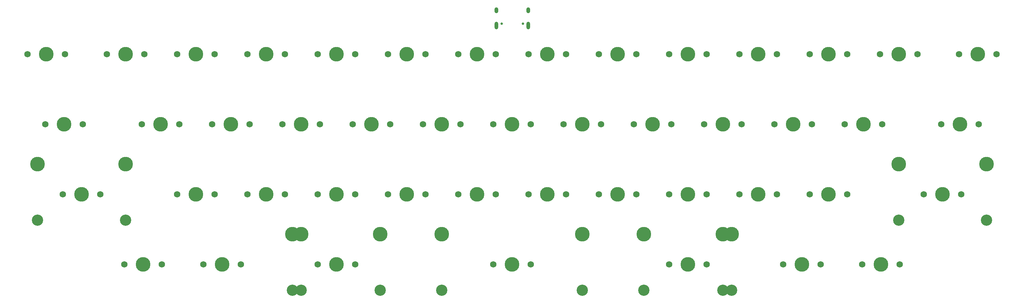
<source format=gbr>
G04 #@! TF.GenerationSoftware,KiCad,Pcbnew,(5.1.4)-1*
G04 #@! TF.CreationDate,2020-11-15T13:42:54-06:00*
G04 #@! TF.ProjectId,minim,6d696e69-6d2e-46b6-9963-61645f706362,rev?*
G04 #@! TF.SameCoordinates,Original*
G04 #@! TF.FileFunction,Soldermask,Top*
G04 #@! TF.FilePolarity,Negative*
%FSLAX46Y46*%
G04 Gerber Fmt 4.6, Leading zero omitted, Abs format (unit mm)*
G04 Created by KiCad (PCBNEW (5.1.4)-1) date 2020-11-15 13:42:54*
%MOMM*%
%LPD*%
G04 APERTURE LIST*
%ADD10C,0.650000*%
%ADD11O,1.000000X2.100000*%
%ADD12O,1.000000X1.600000*%
%ADD13C,1.750000*%
%ADD14C,3.987800*%
%ADD15C,3.048000*%
G04 APERTURE END LIST*
D10*
X141066000Y-1170000D03*
X135286000Y-1170000D03*
D11*
X133856000Y-1700000D03*
X142496000Y-1700000D03*
D12*
X133856000Y2480000D03*
X142496000Y2480000D03*
D13*
X38417500Y-9525000D03*
X28257500Y-9525000D03*
D14*
X33337500Y-9525000D03*
D13*
X269398750Y-9525000D03*
X259238750Y-9525000D03*
D14*
X264318750Y-9525000D03*
D13*
X21748750Y-28575000D03*
X11588750Y-28575000D03*
D14*
X16668750Y-28575000D03*
D13*
X47942500Y-28575000D03*
X37782500Y-28575000D03*
D14*
X42862500Y-28575000D03*
D13*
X264636250Y-28575000D03*
X254476250Y-28575000D03*
D14*
X259556250Y-28575000D03*
X33337500Y-39370000D03*
X9525000Y-39370000D03*
D15*
X33337500Y-54610000D03*
X9525000Y-54610000D03*
D13*
X26511250Y-47625000D03*
X16351250Y-47625000D03*
D14*
X21431250Y-47625000D03*
D13*
X57467500Y-47625000D03*
X47307500Y-47625000D03*
D14*
X52387500Y-47625000D03*
X266700000Y-39370000D03*
X242887500Y-39370000D03*
D15*
X266700000Y-54610000D03*
X242887500Y-54610000D03*
D13*
X259873750Y-47625000D03*
X249713750Y-47625000D03*
D14*
X254793750Y-47625000D03*
D13*
X43180000Y-66675000D03*
X33020000Y-66675000D03*
D14*
X38100000Y-66675000D03*
D13*
X64611250Y-66675000D03*
X54451250Y-66675000D03*
D14*
X59531250Y-66675000D03*
X102393750Y-58420000D03*
X78581250Y-58420000D03*
D15*
X102393750Y-73660000D03*
X78581250Y-73660000D03*
D13*
X95567500Y-66675000D03*
X85407500Y-66675000D03*
D14*
X90487500Y-66675000D03*
X157162500Y-58420000D03*
X119062500Y-58420000D03*
D15*
X157162500Y-73660000D03*
X119062500Y-73660000D03*
D14*
X195262500Y-58420000D03*
X80962500Y-58420000D03*
D15*
X195262500Y-73660000D03*
X80962500Y-73660000D03*
D13*
X143192500Y-66675000D03*
X133032500Y-66675000D03*
D14*
X138112500Y-66675000D03*
X197643750Y-58420000D03*
X173831250Y-58420000D03*
D15*
X197643750Y-73660000D03*
X173831250Y-73660000D03*
D13*
X190817500Y-66675000D03*
X180657500Y-66675000D03*
D14*
X185737500Y-66675000D03*
D13*
X221773750Y-66675000D03*
X211613750Y-66675000D03*
D14*
X216693750Y-66675000D03*
D13*
X243205000Y-66675000D03*
X233045000Y-66675000D03*
D14*
X238125000Y-66675000D03*
D13*
X16986250Y-9525000D03*
X6826250Y-9525000D03*
D14*
X11906250Y-9525000D03*
D13*
X95567500Y-47625000D03*
X85407500Y-47625000D03*
D14*
X90487500Y-47625000D03*
D13*
X95567500Y-9525000D03*
X85407500Y-9525000D03*
D14*
X90487500Y-9525000D03*
D13*
X228917500Y-47625000D03*
X218757500Y-47625000D03*
D14*
X223837500Y-47625000D03*
D13*
X209867500Y-47625000D03*
X199707500Y-47625000D03*
D14*
X204787500Y-47625000D03*
D13*
X190817500Y-47625000D03*
X180657500Y-47625000D03*
D14*
X185737500Y-47625000D03*
D13*
X171767500Y-47625000D03*
X161607500Y-47625000D03*
D14*
X166687500Y-47625000D03*
D13*
X152717500Y-47625000D03*
X142557500Y-47625000D03*
D14*
X147637500Y-47625000D03*
D13*
X133667500Y-47625000D03*
X123507500Y-47625000D03*
D14*
X128587500Y-47625000D03*
D13*
X114617500Y-47625000D03*
X104457500Y-47625000D03*
D14*
X109537500Y-47625000D03*
D13*
X76517500Y-47625000D03*
X66357500Y-47625000D03*
D14*
X71437500Y-47625000D03*
D13*
X238442500Y-28575000D03*
X228282500Y-28575000D03*
D14*
X233362500Y-28575000D03*
D13*
X219392500Y-28575000D03*
X209232500Y-28575000D03*
D14*
X214312500Y-28575000D03*
D13*
X200342500Y-28575000D03*
X190182500Y-28575000D03*
D14*
X195262500Y-28575000D03*
D13*
X181292500Y-28575000D03*
X171132500Y-28575000D03*
D14*
X176212500Y-28575000D03*
D13*
X162242500Y-28575000D03*
X152082500Y-28575000D03*
D14*
X157162500Y-28575000D03*
D13*
X143192500Y-28575000D03*
X133032500Y-28575000D03*
D14*
X138112500Y-28575000D03*
D13*
X124142500Y-28575000D03*
X113982500Y-28575000D03*
D14*
X119062500Y-28575000D03*
D13*
X105092500Y-28575000D03*
X94932500Y-28575000D03*
D14*
X100012500Y-28575000D03*
D13*
X86042500Y-28575000D03*
X75882500Y-28575000D03*
D14*
X80962500Y-28575000D03*
D13*
X66992500Y-28575000D03*
X56832500Y-28575000D03*
D14*
X61912500Y-28575000D03*
D13*
X247967500Y-9525000D03*
X237807500Y-9525000D03*
D14*
X242887500Y-9525000D03*
D13*
X228917500Y-9525000D03*
X218757500Y-9525000D03*
D14*
X223837500Y-9525000D03*
D13*
X209867500Y-9525000D03*
X199707500Y-9525000D03*
D14*
X204787500Y-9525000D03*
D13*
X190817500Y-9525000D03*
X180657500Y-9525000D03*
D14*
X185737500Y-9525000D03*
D13*
X171767500Y-9525000D03*
X161607500Y-9525000D03*
D14*
X166687500Y-9525000D03*
D13*
X152717500Y-9525000D03*
X142557500Y-9525000D03*
D14*
X147637500Y-9525000D03*
D13*
X133667500Y-9525000D03*
X123507500Y-9525000D03*
D14*
X128587500Y-9525000D03*
D13*
X114617500Y-9525000D03*
X104457500Y-9525000D03*
D14*
X109537500Y-9525000D03*
D13*
X76517500Y-9525000D03*
X66357500Y-9525000D03*
D14*
X71437500Y-9525000D03*
D13*
X57467500Y-9525000D03*
X47307500Y-9525000D03*
D14*
X52387500Y-9525000D03*
M02*

</source>
